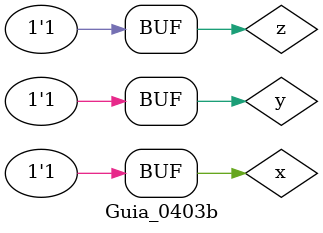
<source format=v>
/*
 Guia_0403b.v - v0.0. - 28 / 08 / 2022
 Autor    : Gabriel Vargas Bento de Souza
 Matricula: 778023
 */

/* 
 Soma dso produtos
               ___
f(x, y, z) =  \   m (1, 3, 5, 7)  = SoP(1,3,5,7) = 1
              /___
*/

/**
 SoP(1,3,5,7)
 */
module SoP (output s,
            input  x, y, z);
   assign s = (~x & ~y &  z)  // 1
            | (~x &  y &  z)  // 3
            | ( x & ~y &  z)  // 5
            | ( x &  y &  z); // 7
endmodule // SoP

/**
  Guia_0403b.v
 */
module Guia_0403b;
   reg  x, y, z;
   wire s1;
   
   // instancias
   SoP SOP (s, x, y, z);
   
   // valores iniciais
   initial begin: start
      x=1'bx; y=1'bx; z=1'bx; // indefinidos
   end

   // parte principal
   initial begin: main
      // identificacao
       $display("Gabriel Vargas Bento de Souza - 778023");
       $display("Test boolean expression");
       $display("\n03.b) SoP (1, 3, 5, 7)\n");

       // monitoramento
       $display(" x  y  z  SoP(1, 3, 5, 7)");
       $monitor("%2b %2b %2b %10b", x, y, z, s);

       // sinalizacao
       #1 x=0; y=0; z=0;
       #1 x=0; y=0; z=1;
       #1 x=0; y=1; z=0;
       #1 x=0; y=1; z=1;
       #1 x=1; y=0; z=0;
       #1 x=1; y=0; z=1;
       #1 x=1; y=1; z=0;
       #1 x=1; y=1; z=1;
   end
endmodule // Guia_0403b
</source>
